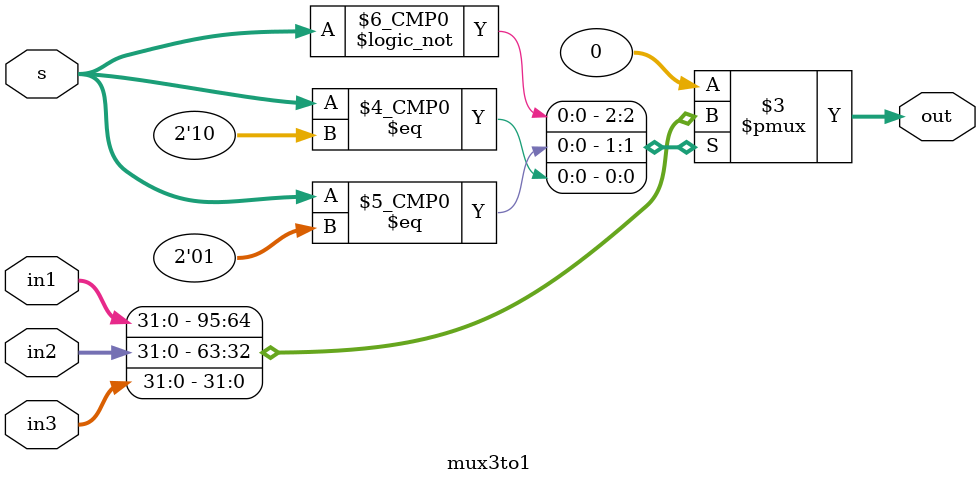
<source format=v>
module mux2x1 #(parameter size = 32) (in1, in2, s, out);

	// inputs	
	input s;
	input [size - 1:0] in1, in2; // fixed mux input and output width
	
	// outputs
	output [size - 1:0] out;

	// Unit logic
	assign out = (~s) ? in1 : in2;
	
endmodule 


module mux3to1 #(parameter size = 32) (in1,in2,in3, s, out); // added 3 to 1 mux

input [1:0] s;
input [size - 1:0] in1, in2, in3;
output reg[size - 1:0] out;


always@(*) begin

	case (s)
	2'b00: out = in1;
	2'b01: out = in2;
	2'b10: out = in3;
	
	default: out = {size{1'b0}};
	
	endcase
	
end

endmodule


</source>
